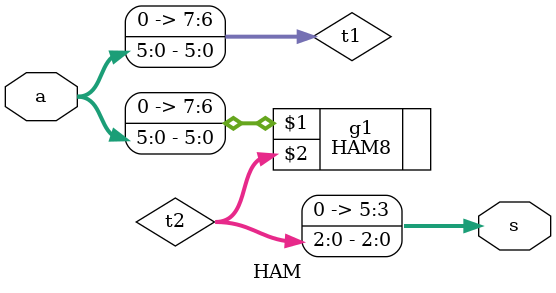
<source format=v>
`timescale 1ns / 1ps
module HAM(
    input [5:0] a,
    output [5:0] s
    );
	 
	 wire [7:0] t1;
	 assign t1[7:6] = 2'b00;
	 assign t1[5:0] = a;
	 
	 wire [3:0] t2;
	 
	 HAM8 g1(t1, t2);
	 
	 assign s[2:0] = t2[2:0];
	 assign s[5:3] = 3'b0;


endmodule

</source>
